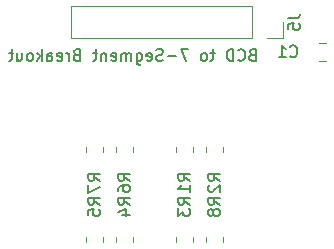
<source format=gbr>
%TF.GenerationSoftware,KiCad,Pcbnew,7.0.8-7.0.8~ubuntu23.04.1*%
%TF.CreationDate,2023-10-03T20:58:01+04:00*%
%TF.ProjectId,7segment_breakout,37736567-6d65-46e7-945f-627265616b6f,rev?*%
%TF.SameCoordinates,Original*%
%TF.FileFunction,Legend,Bot*%
%TF.FilePolarity,Positive*%
%FSLAX46Y46*%
G04 Gerber Fmt 4.6, Leading zero omitted, Abs format (unit mm)*
G04 Created by KiCad (PCBNEW 7.0.8-7.0.8~ubuntu23.04.1) date 2023-10-03 20:58:01*
%MOMM*%
%LPD*%
G01*
G04 APERTURE LIST*
%ADD10C,0.150000*%
%ADD11C,0.120000*%
G04 APERTURE END LIST*
D10*
X147327430Y-80219609D02*
X147188858Y-80267228D01*
X147188858Y-80267228D02*
X147142668Y-80314847D01*
X147142668Y-80314847D02*
X147096477Y-80410085D01*
X147096477Y-80410085D02*
X147096477Y-80552942D01*
X147096477Y-80552942D02*
X147142668Y-80648180D01*
X147142668Y-80648180D02*
X147188858Y-80695800D01*
X147188858Y-80695800D02*
X147281239Y-80743419D01*
X147281239Y-80743419D02*
X147650763Y-80743419D01*
X147650763Y-80743419D02*
X147650763Y-79743419D01*
X147650763Y-79743419D02*
X147327430Y-79743419D01*
X147327430Y-79743419D02*
X147235049Y-79791038D01*
X147235049Y-79791038D02*
X147188858Y-79838657D01*
X147188858Y-79838657D02*
X147142668Y-79933895D01*
X147142668Y-79933895D02*
X147142668Y-80029133D01*
X147142668Y-80029133D02*
X147188858Y-80124371D01*
X147188858Y-80124371D02*
X147235049Y-80171990D01*
X147235049Y-80171990D02*
X147327430Y-80219609D01*
X147327430Y-80219609D02*
X147650763Y-80219609D01*
X146126477Y-80648180D02*
X146172668Y-80695800D01*
X146172668Y-80695800D02*
X146311239Y-80743419D01*
X146311239Y-80743419D02*
X146403620Y-80743419D01*
X146403620Y-80743419D02*
X146542192Y-80695800D01*
X146542192Y-80695800D02*
X146634573Y-80600561D01*
X146634573Y-80600561D02*
X146680763Y-80505323D01*
X146680763Y-80505323D02*
X146726954Y-80314847D01*
X146726954Y-80314847D02*
X146726954Y-80171990D01*
X146726954Y-80171990D02*
X146680763Y-79981514D01*
X146680763Y-79981514D02*
X146634573Y-79886276D01*
X146634573Y-79886276D02*
X146542192Y-79791038D01*
X146542192Y-79791038D02*
X146403620Y-79743419D01*
X146403620Y-79743419D02*
X146311239Y-79743419D01*
X146311239Y-79743419D02*
X146172668Y-79791038D01*
X146172668Y-79791038D02*
X146126477Y-79838657D01*
X145710763Y-80743419D02*
X145710763Y-79743419D01*
X145710763Y-79743419D02*
X145479811Y-79743419D01*
X145479811Y-79743419D02*
X145341239Y-79791038D01*
X145341239Y-79791038D02*
X145248858Y-79886276D01*
X145248858Y-79886276D02*
X145202668Y-79981514D01*
X145202668Y-79981514D02*
X145156477Y-80171990D01*
X145156477Y-80171990D02*
X145156477Y-80314847D01*
X145156477Y-80314847D02*
X145202668Y-80505323D01*
X145202668Y-80505323D02*
X145248858Y-80600561D01*
X145248858Y-80600561D02*
X145341239Y-80695800D01*
X145341239Y-80695800D02*
X145479811Y-80743419D01*
X145479811Y-80743419D02*
X145710763Y-80743419D01*
X144140287Y-80076752D02*
X143770763Y-80076752D01*
X144001715Y-79743419D02*
X144001715Y-80600561D01*
X144001715Y-80600561D02*
X143955525Y-80695800D01*
X143955525Y-80695800D02*
X143863144Y-80743419D01*
X143863144Y-80743419D02*
X143770763Y-80743419D01*
X143308858Y-80743419D02*
X143401239Y-80695800D01*
X143401239Y-80695800D02*
X143447429Y-80648180D01*
X143447429Y-80648180D02*
X143493620Y-80552942D01*
X143493620Y-80552942D02*
X143493620Y-80267228D01*
X143493620Y-80267228D02*
X143447429Y-80171990D01*
X143447429Y-80171990D02*
X143401239Y-80124371D01*
X143401239Y-80124371D02*
X143308858Y-80076752D01*
X143308858Y-80076752D02*
X143170286Y-80076752D01*
X143170286Y-80076752D02*
X143077905Y-80124371D01*
X143077905Y-80124371D02*
X143031715Y-80171990D01*
X143031715Y-80171990D02*
X142985524Y-80267228D01*
X142985524Y-80267228D02*
X142985524Y-80552942D01*
X142985524Y-80552942D02*
X143031715Y-80648180D01*
X143031715Y-80648180D02*
X143077905Y-80695800D01*
X143077905Y-80695800D02*
X143170286Y-80743419D01*
X143170286Y-80743419D02*
X143308858Y-80743419D01*
X141923143Y-79743419D02*
X141276476Y-79743419D01*
X141276476Y-79743419D02*
X141692191Y-80743419D01*
X140906952Y-80362466D02*
X140167905Y-80362466D01*
X139752191Y-80695800D02*
X139613619Y-80743419D01*
X139613619Y-80743419D02*
X139382667Y-80743419D01*
X139382667Y-80743419D02*
X139290286Y-80695800D01*
X139290286Y-80695800D02*
X139244095Y-80648180D01*
X139244095Y-80648180D02*
X139197905Y-80552942D01*
X139197905Y-80552942D02*
X139197905Y-80457704D01*
X139197905Y-80457704D02*
X139244095Y-80362466D01*
X139244095Y-80362466D02*
X139290286Y-80314847D01*
X139290286Y-80314847D02*
X139382667Y-80267228D01*
X139382667Y-80267228D02*
X139567429Y-80219609D01*
X139567429Y-80219609D02*
X139659810Y-80171990D01*
X139659810Y-80171990D02*
X139706000Y-80124371D01*
X139706000Y-80124371D02*
X139752191Y-80029133D01*
X139752191Y-80029133D02*
X139752191Y-79933895D01*
X139752191Y-79933895D02*
X139706000Y-79838657D01*
X139706000Y-79838657D02*
X139659810Y-79791038D01*
X139659810Y-79791038D02*
X139567429Y-79743419D01*
X139567429Y-79743419D02*
X139336476Y-79743419D01*
X139336476Y-79743419D02*
X139197905Y-79791038D01*
X138412666Y-80695800D02*
X138505047Y-80743419D01*
X138505047Y-80743419D02*
X138689809Y-80743419D01*
X138689809Y-80743419D02*
X138782190Y-80695800D01*
X138782190Y-80695800D02*
X138828381Y-80600561D01*
X138828381Y-80600561D02*
X138828381Y-80219609D01*
X138828381Y-80219609D02*
X138782190Y-80124371D01*
X138782190Y-80124371D02*
X138689809Y-80076752D01*
X138689809Y-80076752D02*
X138505047Y-80076752D01*
X138505047Y-80076752D02*
X138412666Y-80124371D01*
X138412666Y-80124371D02*
X138366476Y-80219609D01*
X138366476Y-80219609D02*
X138366476Y-80314847D01*
X138366476Y-80314847D02*
X138828381Y-80410085D01*
X137535047Y-80076752D02*
X137535047Y-80886276D01*
X137535047Y-80886276D02*
X137581237Y-80981514D01*
X137581237Y-80981514D02*
X137627428Y-81029133D01*
X137627428Y-81029133D02*
X137719809Y-81076752D01*
X137719809Y-81076752D02*
X137858380Y-81076752D01*
X137858380Y-81076752D02*
X137950761Y-81029133D01*
X137535047Y-80695800D02*
X137627428Y-80743419D01*
X137627428Y-80743419D02*
X137812190Y-80743419D01*
X137812190Y-80743419D02*
X137904571Y-80695800D01*
X137904571Y-80695800D02*
X137950761Y-80648180D01*
X137950761Y-80648180D02*
X137996952Y-80552942D01*
X137996952Y-80552942D02*
X137996952Y-80267228D01*
X137996952Y-80267228D02*
X137950761Y-80171990D01*
X137950761Y-80171990D02*
X137904571Y-80124371D01*
X137904571Y-80124371D02*
X137812190Y-80076752D01*
X137812190Y-80076752D02*
X137627428Y-80076752D01*
X137627428Y-80076752D02*
X137535047Y-80124371D01*
X137073142Y-80743419D02*
X137073142Y-80076752D01*
X137073142Y-80171990D02*
X137026952Y-80124371D01*
X137026952Y-80124371D02*
X136934571Y-80076752D01*
X136934571Y-80076752D02*
X136795999Y-80076752D01*
X136795999Y-80076752D02*
X136703618Y-80124371D01*
X136703618Y-80124371D02*
X136657428Y-80219609D01*
X136657428Y-80219609D02*
X136657428Y-80743419D01*
X136657428Y-80219609D02*
X136611237Y-80124371D01*
X136611237Y-80124371D02*
X136518856Y-80076752D01*
X136518856Y-80076752D02*
X136380285Y-80076752D01*
X136380285Y-80076752D02*
X136287904Y-80124371D01*
X136287904Y-80124371D02*
X136241714Y-80219609D01*
X136241714Y-80219609D02*
X136241714Y-80743419D01*
X135410285Y-80695800D02*
X135502666Y-80743419D01*
X135502666Y-80743419D02*
X135687428Y-80743419D01*
X135687428Y-80743419D02*
X135779809Y-80695800D01*
X135779809Y-80695800D02*
X135826000Y-80600561D01*
X135826000Y-80600561D02*
X135826000Y-80219609D01*
X135826000Y-80219609D02*
X135779809Y-80124371D01*
X135779809Y-80124371D02*
X135687428Y-80076752D01*
X135687428Y-80076752D02*
X135502666Y-80076752D01*
X135502666Y-80076752D02*
X135410285Y-80124371D01*
X135410285Y-80124371D02*
X135364095Y-80219609D01*
X135364095Y-80219609D02*
X135364095Y-80314847D01*
X135364095Y-80314847D02*
X135826000Y-80410085D01*
X134948380Y-80076752D02*
X134948380Y-80743419D01*
X134948380Y-80171990D02*
X134902190Y-80124371D01*
X134902190Y-80124371D02*
X134809809Y-80076752D01*
X134809809Y-80076752D02*
X134671237Y-80076752D01*
X134671237Y-80076752D02*
X134578856Y-80124371D01*
X134578856Y-80124371D02*
X134532666Y-80219609D01*
X134532666Y-80219609D02*
X134532666Y-80743419D01*
X134209333Y-80076752D02*
X133839809Y-80076752D01*
X134070761Y-79743419D02*
X134070761Y-80600561D01*
X134070761Y-80600561D02*
X134024571Y-80695800D01*
X134024571Y-80695800D02*
X133932190Y-80743419D01*
X133932190Y-80743419D02*
X133839809Y-80743419D01*
X132454094Y-80219609D02*
X132315522Y-80267228D01*
X132315522Y-80267228D02*
X132269332Y-80314847D01*
X132269332Y-80314847D02*
X132223141Y-80410085D01*
X132223141Y-80410085D02*
X132223141Y-80552942D01*
X132223141Y-80552942D02*
X132269332Y-80648180D01*
X132269332Y-80648180D02*
X132315522Y-80695800D01*
X132315522Y-80695800D02*
X132407903Y-80743419D01*
X132407903Y-80743419D02*
X132777427Y-80743419D01*
X132777427Y-80743419D02*
X132777427Y-79743419D01*
X132777427Y-79743419D02*
X132454094Y-79743419D01*
X132454094Y-79743419D02*
X132361713Y-79791038D01*
X132361713Y-79791038D02*
X132315522Y-79838657D01*
X132315522Y-79838657D02*
X132269332Y-79933895D01*
X132269332Y-79933895D02*
X132269332Y-80029133D01*
X132269332Y-80029133D02*
X132315522Y-80124371D01*
X132315522Y-80124371D02*
X132361713Y-80171990D01*
X132361713Y-80171990D02*
X132454094Y-80219609D01*
X132454094Y-80219609D02*
X132777427Y-80219609D01*
X131807427Y-80743419D02*
X131807427Y-80076752D01*
X131807427Y-80267228D02*
X131761237Y-80171990D01*
X131761237Y-80171990D02*
X131715046Y-80124371D01*
X131715046Y-80124371D02*
X131622665Y-80076752D01*
X131622665Y-80076752D02*
X131530284Y-80076752D01*
X130837427Y-80695800D02*
X130929808Y-80743419D01*
X130929808Y-80743419D02*
X131114570Y-80743419D01*
X131114570Y-80743419D02*
X131206951Y-80695800D01*
X131206951Y-80695800D02*
X131253142Y-80600561D01*
X131253142Y-80600561D02*
X131253142Y-80219609D01*
X131253142Y-80219609D02*
X131206951Y-80124371D01*
X131206951Y-80124371D02*
X131114570Y-80076752D01*
X131114570Y-80076752D02*
X130929808Y-80076752D01*
X130929808Y-80076752D02*
X130837427Y-80124371D01*
X130837427Y-80124371D02*
X130791237Y-80219609D01*
X130791237Y-80219609D02*
X130791237Y-80314847D01*
X130791237Y-80314847D02*
X131253142Y-80410085D01*
X129959808Y-80743419D02*
X129959808Y-80219609D01*
X129959808Y-80219609D02*
X130005998Y-80124371D01*
X130005998Y-80124371D02*
X130098379Y-80076752D01*
X130098379Y-80076752D02*
X130283141Y-80076752D01*
X130283141Y-80076752D02*
X130375522Y-80124371D01*
X129959808Y-80695800D02*
X130052189Y-80743419D01*
X130052189Y-80743419D02*
X130283141Y-80743419D01*
X130283141Y-80743419D02*
X130375522Y-80695800D01*
X130375522Y-80695800D02*
X130421713Y-80600561D01*
X130421713Y-80600561D02*
X130421713Y-80505323D01*
X130421713Y-80505323D02*
X130375522Y-80410085D01*
X130375522Y-80410085D02*
X130283141Y-80362466D01*
X130283141Y-80362466D02*
X130052189Y-80362466D01*
X130052189Y-80362466D02*
X129959808Y-80314847D01*
X129497903Y-80743419D02*
X129497903Y-79743419D01*
X129405522Y-80362466D02*
X129128379Y-80743419D01*
X129128379Y-80076752D02*
X129497903Y-80457704D01*
X128574094Y-80743419D02*
X128666475Y-80695800D01*
X128666475Y-80695800D02*
X128712665Y-80648180D01*
X128712665Y-80648180D02*
X128758856Y-80552942D01*
X128758856Y-80552942D02*
X128758856Y-80267228D01*
X128758856Y-80267228D02*
X128712665Y-80171990D01*
X128712665Y-80171990D02*
X128666475Y-80124371D01*
X128666475Y-80124371D02*
X128574094Y-80076752D01*
X128574094Y-80076752D02*
X128435522Y-80076752D01*
X128435522Y-80076752D02*
X128343141Y-80124371D01*
X128343141Y-80124371D02*
X128296951Y-80171990D01*
X128296951Y-80171990D02*
X128250760Y-80267228D01*
X128250760Y-80267228D02*
X128250760Y-80552942D01*
X128250760Y-80552942D02*
X128296951Y-80648180D01*
X128296951Y-80648180D02*
X128343141Y-80695800D01*
X128343141Y-80695800D02*
X128435522Y-80743419D01*
X128435522Y-80743419D02*
X128574094Y-80743419D01*
X127419332Y-80076752D02*
X127419332Y-80743419D01*
X127835046Y-80076752D02*
X127835046Y-80600561D01*
X127835046Y-80600561D02*
X127788856Y-80695800D01*
X127788856Y-80695800D02*
X127696475Y-80743419D01*
X127696475Y-80743419D02*
X127557903Y-80743419D01*
X127557903Y-80743419D02*
X127465522Y-80695800D01*
X127465522Y-80695800D02*
X127419332Y-80648180D01*
X127095999Y-80076752D02*
X126726475Y-80076752D01*
X126957427Y-79743419D02*
X126957427Y-80600561D01*
X126957427Y-80600561D02*
X126911237Y-80695800D01*
X126911237Y-80695800D02*
X126818856Y-80743419D01*
X126818856Y-80743419D02*
X126726475Y-80743419D01*
X150379819Y-77136666D02*
X151094104Y-77136666D01*
X151094104Y-77136666D02*
X151236961Y-77089047D01*
X151236961Y-77089047D02*
X151332200Y-76993809D01*
X151332200Y-76993809D02*
X151379819Y-76850952D01*
X151379819Y-76850952D02*
X151379819Y-76755714D01*
X150379819Y-78089047D02*
X150379819Y-77612857D01*
X150379819Y-77612857D02*
X150856009Y-77565238D01*
X150856009Y-77565238D02*
X150808390Y-77612857D01*
X150808390Y-77612857D02*
X150760771Y-77708095D01*
X150760771Y-77708095D02*
X150760771Y-77946190D01*
X150760771Y-77946190D02*
X150808390Y-78041428D01*
X150808390Y-78041428D02*
X150856009Y-78089047D01*
X150856009Y-78089047D02*
X150951247Y-78136666D01*
X150951247Y-78136666D02*
X151189342Y-78136666D01*
X151189342Y-78136666D02*
X151284580Y-78089047D01*
X151284580Y-78089047D02*
X151332200Y-78041428D01*
X151332200Y-78041428D02*
X151379819Y-77946190D01*
X151379819Y-77946190D02*
X151379819Y-77708095D01*
X151379819Y-77708095D02*
X151332200Y-77612857D01*
X151332200Y-77612857D02*
X151284580Y-77565238D01*
X144599819Y-92924333D02*
X144123628Y-92591000D01*
X144599819Y-92352905D02*
X143599819Y-92352905D01*
X143599819Y-92352905D02*
X143599819Y-92733857D01*
X143599819Y-92733857D02*
X143647438Y-92829095D01*
X143647438Y-92829095D02*
X143695057Y-92876714D01*
X143695057Y-92876714D02*
X143790295Y-92924333D01*
X143790295Y-92924333D02*
X143933152Y-92924333D01*
X143933152Y-92924333D02*
X144028390Y-92876714D01*
X144028390Y-92876714D02*
X144076009Y-92829095D01*
X144076009Y-92829095D02*
X144123628Y-92733857D01*
X144123628Y-92733857D02*
X144123628Y-92352905D01*
X144028390Y-93495762D02*
X143980771Y-93400524D01*
X143980771Y-93400524D02*
X143933152Y-93352905D01*
X143933152Y-93352905D02*
X143837914Y-93305286D01*
X143837914Y-93305286D02*
X143790295Y-93305286D01*
X143790295Y-93305286D02*
X143695057Y-93352905D01*
X143695057Y-93352905D02*
X143647438Y-93400524D01*
X143647438Y-93400524D02*
X143599819Y-93495762D01*
X143599819Y-93495762D02*
X143599819Y-93686238D01*
X143599819Y-93686238D02*
X143647438Y-93781476D01*
X143647438Y-93781476D02*
X143695057Y-93829095D01*
X143695057Y-93829095D02*
X143790295Y-93876714D01*
X143790295Y-93876714D02*
X143837914Y-93876714D01*
X143837914Y-93876714D02*
X143933152Y-93829095D01*
X143933152Y-93829095D02*
X143980771Y-93781476D01*
X143980771Y-93781476D02*
X144028390Y-93686238D01*
X144028390Y-93686238D02*
X144028390Y-93495762D01*
X144028390Y-93495762D02*
X144076009Y-93400524D01*
X144076009Y-93400524D02*
X144123628Y-93352905D01*
X144123628Y-93352905D02*
X144218866Y-93305286D01*
X144218866Y-93305286D02*
X144409342Y-93305286D01*
X144409342Y-93305286D02*
X144504580Y-93352905D01*
X144504580Y-93352905D02*
X144552200Y-93400524D01*
X144552200Y-93400524D02*
X144599819Y-93495762D01*
X144599819Y-93495762D02*
X144599819Y-93686238D01*
X144599819Y-93686238D02*
X144552200Y-93781476D01*
X144552200Y-93781476D02*
X144504580Y-93829095D01*
X144504580Y-93829095D02*
X144409342Y-93876714D01*
X144409342Y-93876714D02*
X144218866Y-93876714D01*
X144218866Y-93876714D02*
X144123628Y-93829095D01*
X144123628Y-93829095D02*
X144076009Y-93781476D01*
X144076009Y-93781476D02*
X144028390Y-93686238D01*
X136979819Y-92908333D02*
X136503628Y-92575000D01*
X136979819Y-92336905D02*
X135979819Y-92336905D01*
X135979819Y-92336905D02*
X135979819Y-92717857D01*
X135979819Y-92717857D02*
X136027438Y-92813095D01*
X136027438Y-92813095D02*
X136075057Y-92860714D01*
X136075057Y-92860714D02*
X136170295Y-92908333D01*
X136170295Y-92908333D02*
X136313152Y-92908333D01*
X136313152Y-92908333D02*
X136408390Y-92860714D01*
X136408390Y-92860714D02*
X136456009Y-92813095D01*
X136456009Y-92813095D02*
X136503628Y-92717857D01*
X136503628Y-92717857D02*
X136503628Y-92336905D01*
X136313152Y-93765476D02*
X136979819Y-93765476D01*
X135932200Y-93527381D02*
X136646485Y-93289286D01*
X136646485Y-93289286D02*
X136646485Y-93908333D01*
X150534666Y-80344180D02*
X150582285Y-80391800D01*
X150582285Y-80391800D02*
X150725142Y-80439419D01*
X150725142Y-80439419D02*
X150820380Y-80439419D01*
X150820380Y-80439419D02*
X150963237Y-80391800D01*
X150963237Y-80391800D02*
X151058475Y-80296561D01*
X151058475Y-80296561D02*
X151106094Y-80201323D01*
X151106094Y-80201323D02*
X151153713Y-80010847D01*
X151153713Y-80010847D02*
X151153713Y-79867990D01*
X151153713Y-79867990D02*
X151106094Y-79677514D01*
X151106094Y-79677514D02*
X151058475Y-79582276D01*
X151058475Y-79582276D02*
X150963237Y-79487038D01*
X150963237Y-79487038D02*
X150820380Y-79439419D01*
X150820380Y-79439419D02*
X150725142Y-79439419D01*
X150725142Y-79439419D02*
X150582285Y-79487038D01*
X150582285Y-79487038D02*
X150534666Y-79534657D01*
X149582285Y-80439419D02*
X150153713Y-80439419D01*
X149867999Y-80439419D02*
X149867999Y-79439419D01*
X149867999Y-79439419D02*
X149963237Y-79582276D01*
X149963237Y-79582276D02*
X150058475Y-79677514D01*
X150058475Y-79677514D02*
X150153713Y-79725133D01*
X136979819Y-90892333D02*
X136503628Y-90559000D01*
X136979819Y-90320905D02*
X135979819Y-90320905D01*
X135979819Y-90320905D02*
X135979819Y-90701857D01*
X135979819Y-90701857D02*
X136027438Y-90797095D01*
X136027438Y-90797095D02*
X136075057Y-90844714D01*
X136075057Y-90844714D02*
X136170295Y-90892333D01*
X136170295Y-90892333D02*
X136313152Y-90892333D01*
X136313152Y-90892333D02*
X136408390Y-90844714D01*
X136408390Y-90844714D02*
X136456009Y-90797095D01*
X136456009Y-90797095D02*
X136503628Y-90701857D01*
X136503628Y-90701857D02*
X136503628Y-90320905D01*
X135979819Y-91749476D02*
X135979819Y-91559000D01*
X135979819Y-91559000D02*
X136027438Y-91463762D01*
X136027438Y-91463762D02*
X136075057Y-91416143D01*
X136075057Y-91416143D02*
X136217914Y-91320905D01*
X136217914Y-91320905D02*
X136408390Y-91273286D01*
X136408390Y-91273286D02*
X136789342Y-91273286D01*
X136789342Y-91273286D02*
X136884580Y-91320905D01*
X136884580Y-91320905D02*
X136932200Y-91368524D01*
X136932200Y-91368524D02*
X136979819Y-91463762D01*
X136979819Y-91463762D02*
X136979819Y-91654238D01*
X136979819Y-91654238D02*
X136932200Y-91749476D01*
X136932200Y-91749476D02*
X136884580Y-91797095D01*
X136884580Y-91797095D02*
X136789342Y-91844714D01*
X136789342Y-91844714D02*
X136551247Y-91844714D01*
X136551247Y-91844714D02*
X136456009Y-91797095D01*
X136456009Y-91797095D02*
X136408390Y-91749476D01*
X136408390Y-91749476D02*
X136360771Y-91654238D01*
X136360771Y-91654238D02*
X136360771Y-91463762D01*
X136360771Y-91463762D02*
X136408390Y-91368524D01*
X136408390Y-91368524D02*
X136456009Y-91320905D01*
X136456009Y-91320905D02*
X136551247Y-91273286D01*
X142059819Y-90892333D02*
X141583628Y-90559000D01*
X142059819Y-90320905D02*
X141059819Y-90320905D01*
X141059819Y-90320905D02*
X141059819Y-90701857D01*
X141059819Y-90701857D02*
X141107438Y-90797095D01*
X141107438Y-90797095D02*
X141155057Y-90844714D01*
X141155057Y-90844714D02*
X141250295Y-90892333D01*
X141250295Y-90892333D02*
X141393152Y-90892333D01*
X141393152Y-90892333D02*
X141488390Y-90844714D01*
X141488390Y-90844714D02*
X141536009Y-90797095D01*
X141536009Y-90797095D02*
X141583628Y-90701857D01*
X141583628Y-90701857D02*
X141583628Y-90320905D01*
X142059819Y-91844714D02*
X142059819Y-91273286D01*
X142059819Y-91559000D02*
X141059819Y-91559000D01*
X141059819Y-91559000D02*
X141202676Y-91463762D01*
X141202676Y-91463762D02*
X141297914Y-91368524D01*
X141297914Y-91368524D02*
X141345533Y-91273286D01*
X142059819Y-92908333D02*
X141583628Y-92575000D01*
X142059819Y-92336905D02*
X141059819Y-92336905D01*
X141059819Y-92336905D02*
X141059819Y-92717857D01*
X141059819Y-92717857D02*
X141107438Y-92813095D01*
X141107438Y-92813095D02*
X141155057Y-92860714D01*
X141155057Y-92860714D02*
X141250295Y-92908333D01*
X141250295Y-92908333D02*
X141393152Y-92908333D01*
X141393152Y-92908333D02*
X141488390Y-92860714D01*
X141488390Y-92860714D02*
X141536009Y-92813095D01*
X141536009Y-92813095D02*
X141583628Y-92717857D01*
X141583628Y-92717857D02*
X141583628Y-92336905D01*
X141059819Y-93241667D02*
X141059819Y-93860714D01*
X141059819Y-93860714D02*
X141440771Y-93527381D01*
X141440771Y-93527381D02*
X141440771Y-93670238D01*
X141440771Y-93670238D02*
X141488390Y-93765476D01*
X141488390Y-93765476D02*
X141536009Y-93813095D01*
X141536009Y-93813095D02*
X141631247Y-93860714D01*
X141631247Y-93860714D02*
X141869342Y-93860714D01*
X141869342Y-93860714D02*
X141964580Y-93813095D01*
X141964580Y-93813095D02*
X142012200Y-93765476D01*
X142012200Y-93765476D02*
X142059819Y-93670238D01*
X142059819Y-93670238D02*
X142059819Y-93384524D01*
X142059819Y-93384524D02*
X142012200Y-93289286D01*
X142012200Y-93289286D02*
X141964580Y-93241667D01*
X134439819Y-92908333D02*
X133963628Y-92575000D01*
X134439819Y-92336905D02*
X133439819Y-92336905D01*
X133439819Y-92336905D02*
X133439819Y-92717857D01*
X133439819Y-92717857D02*
X133487438Y-92813095D01*
X133487438Y-92813095D02*
X133535057Y-92860714D01*
X133535057Y-92860714D02*
X133630295Y-92908333D01*
X133630295Y-92908333D02*
X133773152Y-92908333D01*
X133773152Y-92908333D02*
X133868390Y-92860714D01*
X133868390Y-92860714D02*
X133916009Y-92813095D01*
X133916009Y-92813095D02*
X133963628Y-92717857D01*
X133963628Y-92717857D02*
X133963628Y-92336905D01*
X133439819Y-93813095D02*
X133439819Y-93336905D01*
X133439819Y-93336905D02*
X133916009Y-93289286D01*
X133916009Y-93289286D02*
X133868390Y-93336905D01*
X133868390Y-93336905D02*
X133820771Y-93432143D01*
X133820771Y-93432143D02*
X133820771Y-93670238D01*
X133820771Y-93670238D02*
X133868390Y-93765476D01*
X133868390Y-93765476D02*
X133916009Y-93813095D01*
X133916009Y-93813095D02*
X134011247Y-93860714D01*
X134011247Y-93860714D02*
X134249342Y-93860714D01*
X134249342Y-93860714D02*
X134344580Y-93813095D01*
X134344580Y-93813095D02*
X134392200Y-93765476D01*
X134392200Y-93765476D02*
X134439819Y-93670238D01*
X134439819Y-93670238D02*
X134439819Y-93432143D01*
X134439819Y-93432143D02*
X134392200Y-93336905D01*
X134392200Y-93336905D02*
X134344580Y-93289286D01*
X134439819Y-90892333D02*
X133963628Y-90559000D01*
X134439819Y-90320905D02*
X133439819Y-90320905D01*
X133439819Y-90320905D02*
X133439819Y-90701857D01*
X133439819Y-90701857D02*
X133487438Y-90797095D01*
X133487438Y-90797095D02*
X133535057Y-90844714D01*
X133535057Y-90844714D02*
X133630295Y-90892333D01*
X133630295Y-90892333D02*
X133773152Y-90892333D01*
X133773152Y-90892333D02*
X133868390Y-90844714D01*
X133868390Y-90844714D02*
X133916009Y-90797095D01*
X133916009Y-90797095D02*
X133963628Y-90701857D01*
X133963628Y-90701857D02*
X133963628Y-90320905D01*
X133439819Y-91225667D02*
X133439819Y-91892333D01*
X133439819Y-91892333D02*
X134439819Y-91463762D01*
X144599819Y-90892333D02*
X144123628Y-90559000D01*
X144599819Y-90320905D02*
X143599819Y-90320905D01*
X143599819Y-90320905D02*
X143599819Y-90701857D01*
X143599819Y-90701857D02*
X143647438Y-90797095D01*
X143647438Y-90797095D02*
X143695057Y-90844714D01*
X143695057Y-90844714D02*
X143790295Y-90892333D01*
X143790295Y-90892333D02*
X143933152Y-90892333D01*
X143933152Y-90892333D02*
X144028390Y-90844714D01*
X144028390Y-90844714D02*
X144076009Y-90797095D01*
X144076009Y-90797095D02*
X144123628Y-90701857D01*
X144123628Y-90701857D02*
X144123628Y-90320905D01*
X143695057Y-91273286D02*
X143647438Y-91320905D01*
X143647438Y-91320905D02*
X143599819Y-91416143D01*
X143599819Y-91416143D02*
X143599819Y-91654238D01*
X143599819Y-91654238D02*
X143647438Y-91749476D01*
X143647438Y-91749476D02*
X143695057Y-91797095D01*
X143695057Y-91797095D02*
X143790295Y-91844714D01*
X143790295Y-91844714D02*
X143885533Y-91844714D01*
X143885533Y-91844714D02*
X144028390Y-91797095D01*
X144028390Y-91797095D02*
X144599819Y-91225667D01*
X144599819Y-91225667D02*
X144599819Y-91844714D01*
D11*
%TO.C,J5*%
X132025000Y-78800000D02*
X132025000Y-76140000D01*
X147325000Y-78800000D02*
X132025000Y-78800000D01*
X147325000Y-78800000D02*
X147325000Y-76140000D01*
X148595000Y-78800000D02*
X149925000Y-78800000D01*
X149925000Y-78800000D02*
X149925000Y-77470000D01*
X147325000Y-76140000D02*
X132025000Y-76140000D01*
%TO.C,R8*%
X144880000Y-95657936D02*
X144880000Y-96112064D01*
X143410000Y-95657936D02*
X143410000Y-96112064D01*
%TO.C,R4*%
X137260000Y-95657936D02*
X137260000Y-96112064D01*
X135790000Y-95657936D02*
X135790000Y-96112064D01*
%TO.C,C1*%
X153550252Y-80745000D02*
X153027748Y-80745000D01*
X153550252Y-79275000D02*
X153027748Y-79275000D01*
%TO.C,R6*%
X135790000Y-88476064D02*
X135790000Y-88021936D01*
X137260000Y-88476064D02*
X137260000Y-88021936D01*
%TO.C,R1*%
X140870000Y-88476064D02*
X140870000Y-88021936D01*
X142340000Y-88476064D02*
X142340000Y-88021936D01*
%TO.C,R3*%
X142340000Y-95657936D02*
X142340000Y-96112064D01*
X140870000Y-95657936D02*
X140870000Y-96112064D01*
%TO.C,R5*%
X134720000Y-95657936D02*
X134720000Y-96112064D01*
X133250000Y-95657936D02*
X133250000Y-96112064D01*
%TO.C,R7*%
X133250000Y-88476064D02*
X133250000Y-88021936D01*
X134720000Y-88476064D02*
X134720000Y-88021936D01*
%TO.C,R2*%
X143410000Y-88476064D02*
X143410000Y-88021936D01*
X144880000Y-88476064D02*
X144880000Y-88021936D01*
%TD*%
M02*

</source>
